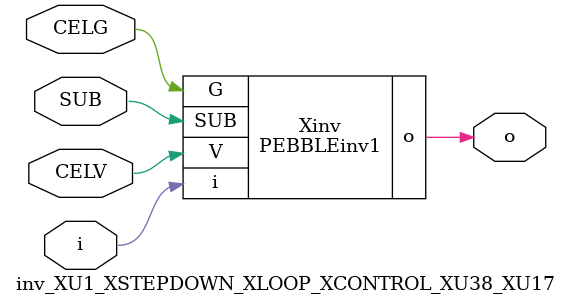
<source format=v>



module PEBBLEinv1 ( o, G, SUB, V, i );

  input V;
  input i;
  input G;
  output o;
  input SUB;
endmodule

//Celera Confidential Do Not Copy inv_XU1_XSTEPDOWN_XLOOP_XCONTROL_XU38_XU17
//Celera Confidential Symbol Generator
//5V Inverter
module inv_XU1_XSTEPDOWN_XLOOP_XCONTROL_XU38_XU17 (CELV,CELG,i,o,SUB);
input CELV;
input CELG;
input i;
input SUB;
output o;

//Celera Confidential Do Not Copy inv
PEBBLEinv1 Xinv(
.V (CELV),
.i (i),
.o (o),
.SUB (SUB),
.G (CELG)
);
//,diesize,PEBBLEinv1

//Celera Confidential Do Not Copy Module End
//Celera Schematic Generator
endmodule

</source>
